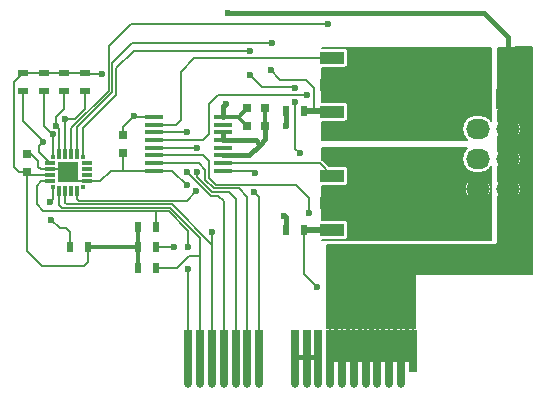
<source format=gbr>
G04 #@! TF.FileFunction,Copper,L1,Top,Signal*
%FSLAX46Y46*%
G04 Gerber Fmt 4.6, Leading zero omitted, Abs format (unit mm)*
G04 Created by KiCad (PCBNEW 4.0.2+e4-6225~38~ubuntu14.04.1-stable) date Sat 23 Jul 2016 00:45:22 PDT*
%MOMM*%
G01*
G04 APERTURE LIST*
%ADD10C,0.100000*%
%ADD11R,0.650240X3.599180*%
%ADD12R,0.650240X4.599940*%
%ADD13O,0.650240X0.650240*%
%ADD14R,2.032000X3.657600*%
%ADD15R,2.032000X1.016000*%
%ADD16R,0.500000X0.900000*%
%ADD17R,0.900000X0.500000*%
%ADD18R,1.500000X0.450000*%
%ADD19R,0.750000X0.800000*%
%ADD20R,0.800000X0.750000*%
%ADD21R,2.032000X1.727200*%
%ADD22O,2.032000X1.727200*%
%ADD23R,0.350000X0.350000*%
%ADD24R,0.900000X0.300000*%
%ADD25R,0.300000X0.900000*%
%ADD26R,1.800000X1.800000*%
%ADD27C,0.600000*%
%ADD28C,0.150000*%
%ADD29C,0.400000*%
%ADD30C,0.200000*%
%ADD31C,0.300000*%
%ADD32C,0.500000*%
G04 APERTURE END LIST*
D10*
D11*
X159499600Y-99499620D03*
D12*
X158498840Y-100000000D03*
X157500620Y-100000000D03*
X156499860Y-100000000D03*
X155499100Y-100000000D03*
X154500880Y-100000000D03*
X153500120Y-100000000D03*
X152499360Y-100000000D03*
X151501140Y-100000000D03*
X150500380Y-100000000D03*
X149499620Y-100000000D03*
X144500900Y-100000000D03*
X143500140Y-100000000D03*
X142499380Y-100000000D03*
X141501160Y-100000000D03*
X140500400Y-100000000D03*
X146499880Y-100000000D03*
X145499120Y-100000000D03*
D13*
X156499860Y-102301240D03*
X155499100Y-102301240D03*
X154500880Y-102301240D03*
X153500120Y-102301240D03*
X152499360Y-102301240D03*
X151501140Y-102301240D03*
X150500380Y-102301240D03*
X144500900Y-102301240D03*
X143500140Y-102301240D03*
X157500620Y-102301240D03*
X145499120Y-102301240D03*
X142499380Y-102301240D03*
X149499620Y-102301240D03*
X146499880Y-102301240D03*
X141501160Y-102301240D03*
X140500400Y-102301240D03*
X158498840Y-102301240D03*
D14*
X159302000Y-87000000D03*
D15*
X152698000Y-87000000D03*
X152698000Y-89286000D03*
X152698000Y-84714000D03*
D14*
X159302000Y-77000000D03*
D15*
X152698000Y-77000000D03*
X152698000Y-79286000D03*
X152698000Y-74714000D03*
D16*
X136250000Y-92500000D03*
X137750000Y-92500000D03*
X136250000Y-90750000D03*
X137750000Y-90750000D03*
X136250000Y-89000000D03*
X137750000Y-89000000D03*
X132000000Y-90750000D03*
X130500000Y-90750000D03*
D17*
X126500000Y-76000000D03*
X126500000Y-77500000D03*
X128250000Y-76000000D03*
X128250000Y-77500000D03*
X130000000Y-76000000D03*
X130000000Y-77500000D03*
X131750000Y-76000000D03*
X131750000Y-77500000D03*
D18*
X137550000Y-79725000D03*
X137550000Y-80375000D03*
X137550000Y-81025000D03*
X137550000Y-81675000D03*
X137550000Y-82325000D03*
X137550000Y-82975000D03*
X137550000Y-83625000D03*
X137550000Y-84275000D03*
X143450000Y-84275000D03*
X143450000Y-83625000D03*
X143450000Y-82975000D03*
X143450000Y-82325000D03*
X143450000Y-81675000D03*
X143450000Y-81025000D03*
X143450000Y-80375000D03*
X143450000Y-79725000D03*
D19*
X135000000Y-81250000D03*
X135000000Y-82750000D03*
X126875000Y-84350000D03*
X126875000Y-82850000D03*
D20*
X145500000Y-79000000D03*
X147000000Y-79000000D03*
X145500000Y-80500000D03*
X147000000Y-80500000D03*
D16*
X150250000Y-89250000D03*
X148750000Y-89250000D03*
X150250000Y-79250000D03*
X148750000Y-79250000D03*
D21*
X167540000Y-78190000D03*
D22*
X167540000Y-80730000D03*
X167540000Y-83270000D03*
X167540000Y-85810000D03*
D21*
X165000000Y-78190000D03*
D22*
X165000000Y-80730000D03*
X165000000Y-83270000D03*
X165000000Y-85810000D03*
D23*
X129075000Y-83150000D03*
D24*
X128775000Y-83650000D03*
X128775000Y-84150000D03*
X128775000Y-84650000D03*
X128775000Y-85150000D03*
D23*
X129075000Y-85650000D03*
D25*
X129575000Y-85950000D03*
X130075000Y-85950000D03*
X130575000Y-85950000D03*
X131075000Y-85950000D03*
D23*
X131575000Y-85650000D03*
D24*
X131875000Y-85150000D03*
X131875000Y-84650000D03*
X131875000Y-84150000D03*
X131875000Y-83650000D03*
D23*
X131575000Y-83150000D03*
D25*
X131075000Y-82850000D03*
X130575000Y-82850000D03*
X130075000Y-82850000D03*
X129575000Y-82850000D03*
D26*
X130325000Y-84400000D03*
D27*
X129825000Y-83900000D03*
X130825000Y-84900000D03*
X128800000Y-86950000D03*
X128900000Y-88400000D03*
X148750000Y-80475000D03*
X148625000Y-88100000D03*
X140350000Y-85500000D03*
X146575000Y-82050000D03*
X133150000Y-76050000D03*
X135900000Y-79650000D03*
X129000000Y-81175000D03*
X128150000Y-81875000D03*
X130075000Y-79900000D03*
X129325000Y-80450000D03*
X143650000Y-78600000D03*
X143875000Y-70875000D03*
X141250000Y-82350000D03*
X141250000Y-84375000D03*
X140350000Y-81025000D03*
X140350000Y-84375000D03*
X142500000Y-89500000D03*
X139250000Y-90750000D03*
X140500000Y-90750000D03*
X140500000Y-92550000D03*
X146100000Y-84500000D03*
X146075000Y-86050000D03*
X151375000Y-94125000D03*
X141125000Y-86025000D03*
X149925000Y-82775000D03*
X149550000Y-78475000D03*
X149550000Y-77225000D03*
X145725000Y-76200000D03*
X145725000Y-74100000D03*
X150725000Y-87825000D03*
X152350000Y-71825000D03*
X150500000Y-77850000D03*
X147500000Y-75775000D03*
X147550000Y-73450000D03*
D28*
X128800000Y-86950000D02*
X129075000Y-86675000D01*
X129075000Y-86675000D02*
X129075000Y-85650000D01*
X130500000Y-89475000D02*
X130500000Y-90750000D01*
X128900000Y-88400000D02*
X129625000Y-89125000D01*
X129625000Y-89125000D02*
X130150000Y-89125000D01*
X130150000Y-89125000D02*
X130500000Y-89475000D01*
D29*
X148750000Y-79250000D02*
X148750000Y-80475000D01*
X148750000Y-89250000D02*
X148750000Y-88225000D01*
X148750000Y-88225000D02*
X148625000Y-88100000D01*
D30*
X135000000Y-82750000D02*
X135000000Y-84275000D01*
X135000000Y-84275000D02*
X135000000Y-84250000D01*
X135000000Y-84250000D02*
X135000000Y-84275000D01*
X126875000Y-82850000D02*
X127175000Y-82850000D01*
X127175000Y-82850000D02*
X127775000Y-83450000D01*
X127775000Y-83450000D02*
X127775000Y-83925000D01*
X127775000Y-83925000D02*
X128000000Y-84150000D01*
X128000000Y-84150000D02*
X128775000Y-84150000D01*
D28*
X128775000Y-84150000D02*
X130075000Y-84150000D01*
X130075000Y-84150000D02*
X130325000Y-84400000D01*
X131875000Y-85150000D02*
X131075000Y-85150000D01*
X131075000Y-85150000D02*
X130325000Y-84400000D01*
X131875000Y-85150000D02*
X133050000Y-85150000D01*
X133925000Y-84275000D02*
X135000000Y-84275000D01*
X135000000Y-84275000D02*
X137550000Y-84275000D01*
X133050000Y-85150000D02*
X133925000Y-84275000D01*
X137550000Y-84275000D02*
X139125000Y-84275000D01*
X139125000Y-84275000D02*
X140350000Y-85500000D01*
D29*
X143450000Y-81025000D02*
X143450000Y-81675000D01*
X143450000Y-81675000D02*
X146200000Y-81675000D01*
X146200000Y-81675000D02*
X146575000Y-82050000D01*
X143450000Y-82975000D02*
X145650000Y-82975000D01*
X145650000Y-82975000D02*
X146575000Y-82050000D01*
X147000000Y-80500000D02*
X147000000Y-81625000D01*
X147000000Y-81625000D02*
X146575000Y-82050000D01*
D31*
X147000000Y-79000000D02*
X147000000Y-80500000D01*
D30*
X135000000Y-81250000D02*
X135000000Y-80550000D01*
X135000000Y-80550000D02*
X135900000Y-79650000D01*
X126875000Y-84350000D02*
X126875000Y-91050000D01*
X127025000Y-91200000D02*
X128125000Y-92300000D01*
X128125000Y-92300000D02*
X131700000Y-92300000D01*
X131700000Y-92300000D02*
X132000000Y-92000000D01*
X132000000Y-92000000D02*
X132000000Y-90750000D01*
X126875000Y-91050000D02*
X127025000Y-91200000D01*
X125750000Y-83400000D02*
X125750000Y-83950000D01*
X126150000Y-84350000D02*
X126875000Y-84350000D01*
X125750000Y-83950000D02*
X126150000Y-84350000D01*
X128775000Y-84650000D02*
X127175000Y-84650000D01*
X127175000Y-84650000D02*
X126875000Y-84350000D01*
D31*
X132000000Y-90750000D02*
X136250000Y-90750000D01*
X136250000Y-89000000D02*
X136250000Y-90750000D01*
X136250000Y-90750000D02*
X136250000Y-92500000D01*
D30*
X125750000Y-76750000D02*
X126500000Y-76000000D01*
X125750000Y-83425000D02*
X125750000Y-83400000D01*
X125750000Y-83400000D02*
X125750000Y-76750000D01*
X126500000Y-76000000D02*
X128250000Y-76000000D01*
X128250000Y-76000000D02*
X130000000Y-76000000D01*
X130000000Y-76000000D02*
X131750000Y-76000000D01*
X131750000Y-76000000D02*
X131800000Y-76050000D01*
X131800000Y-76050000D02*
X133150000Y-76050000D01*
X137550000Y-79725000D02*
X135975000Y-79725000D01*
X135975000Y-79725000D02*
X135900000Y-79650000D01*
D28*
X129000000Y-81175000D02*
X128925000Y-81175000D01*
X128250000Y-80500000D02*
X128250000Y-77500000D01*
X128925000Y-81175000D02*
X128250000Y-80500000D01*
X129075000Y-81250000D02*
X129075000Y-83150000D01*
X129000000Y-81175000D02*
X129075000Y-81250000D01*
X128150000Y-81875000D02*
X128150000Y-81725000D01*
X126500000Y-80075000D02*
X126500000Y-77500000D01*
X128150000Y-81725000D02*
X126500000Y-80075000D01*
X127850000Y-82725000D02*
X128775000Y-83650000D01*
X127850000Y-82175000D02*
X127850000Y-82725000D01*
X128150000Y-81875000D02*
X127850000Y-82175000D01*
X130075000Y-79900000D02*
X130925000Y-79900000D01*
X131750000Y-79075000D02*
X131750000Y-77500000D01*
X130925000Y-79900000D02*
X131750000Y-79075000D01*
X130075000Y-79900000D02*
X130075000Y-82850000D01*
X129325000Y-80450000D02*
X129325000Y-79700000D01*
X130000000Y-79025000D02*
X130000000Y-77500000D01*
X129325000Y-79700000D02*
X130000000Y-79025000D01*
X129575000Y-80700000D02*
X129575000Y-82850000D01*
X129325000Y-80450000D02*
X129575000Y-80700000D01*
D29*
X167540000Y-78190000D02*
X167540000Y-72990000D01*
X143450000Y-78800000D02*
X143450000Y-79725000D01*
X143650000Y-78600000D02*
X143450000Y-78800000D01*
X143950000Y-70950000D02*
X143875000Y-70875000D01*
X165500000Y-70950000D02*
X143950000Y-70950000D01*
X167540000Y-72990000D02*
X165500000Y-70950000D01*
D31*
X143450000Y-79725000D02*
X144725000Y-79725000D01*
X144725000Y-79725000D02*
X145500000Y-80500000D01*
X143450000Y-79725000D02*
X144775000Y-79725000D01*
X144775000Y-79725000D02*
X145500000Y-79000000D01*
D28*
X158498840Y-100000000D02*
X158498840Y-102301240D01*
X157500620Y-100000000D02*
X157500620Y-102301240D01*
X156499860Y-100000000D02*
X156499860Y-102301240D01*
X155499100Y-100000000D02*
X155499100Y-102301240D01*
X154500880Y-100000000D02*
X154500880Y-102301240D01*
X153500120Y-100000000D02*
X153500120Y-102301240D01*
X152499360Y-100000000D02*
X152499360Y-102301240D01*
D29*
X149499620Y-100000000D02*
X150500380Y-100000000D01*
X150500380Y-100000000D02*
X151501140Y-100000000D01*
D28*
X151501140Y-100000000D02*
X151501140Y-102301240D01*
X150500380Y-100000000D02*
X150500380Y-102301240D01*
X149499620Y-100000000D02*
X149499620Y-102301240D01*
X144500900Y-100000000D02*
X144500900Y-86675900D01*
X141225000Y-82325000D02*
X137550000Y-82325000D01*
X141250000Y-82350000D02*
X141225000Y-82325000D01*
X141250000Y-84800000D02*
X141250000Y-84375000D01*
X142525002Y-86075002D02*
X141250000Y-84800000D01*
X143900002Y-86075002D02*
X142525002Y-86075002D01*
X144500900Y-86675900D02*
X143900002Y-86075002D01*
X144500900Y-100000000D02*
X144500900Y-102301240D01*
X143500140Y-100000000D02*
X143500140Y-86850140D01*
X140350000Y-81025000D02*
X137550000Y-81025000D01*
X140375000Y-84375000D02*
X140350000Y-84375000D01*
X142375004Y-86375004D02*
X140375000Y-84375000D01*
X143025004Y-86375004D02*
X142375004Y-86375004D01*
X143500140Y-86850140D02*
X143025004Y-86375004D01*
X143500140Y-102301240D02*
X143500140Y-100000000D01*
X137750000Y-90750000D02*
X139250000Y-90750000D01*
X142499380Y-89500620D02*
X142499380Y-90525114D01*
X142500000Y-89500000D02*
X142499380Y-89500620D01*
X142499380Y-100000000D02*
X142499380Y-90525114D01*
X130075000Y-86975000D02*
X130075000Y-85950000D01*
X130199998Y-87099998D02*
X130075000Y-86975000D01*
X139074264Y-87099998D02*
X130199998Y-87099998D01*
X142499380Y-90525114D02*
X139074264Y-87099998D01*
X142499380Y-102301240D02*
X142499380Y-100000000D01*
X137750000Y-92500000D02*
X139500000Y-92500000D01*
X140525000Y-91475000D02*
X141501160Y-91475000D01*
X139500000Y-92500000D02*
X140525000Y-91475000D01*
X141501160Y-100000000D02*
X141501160Y-91475000D01*
X141501160Y-91475000D02*
X141501160Y-89951160D01*
X129575000Y-87175000D02*
X129575000Y-85950000D01*
X129800000Y-87400000D02*
X129575000Y-87175000D01*
X138950000Y-87400000D02*
X129800000Y-87400000D01*
X141501160Y-89951160D02*
X138950000Y-87400000D01*
X141501160Y-102301240D02*
X141501160Y-100000000D01*
X140500400Y-100000000D02*
X140500400Y-92550400D01*
X140500400Y-89374666D02*
X138825736Y-87700002D01*
X138825736Y-87700002D02*
X137750000Y-87700002D01*
X140500400Y-90749600D02*
X140500400Y-89374666D01*
X140500000Y-90750000D02*
X140500400Y-90749600D01*
X140500400Y-92550400D02*
X140500000Y-92550000D01*
X137750000Y-89000000D02*
X137750000Y-87700002D01*
X137750000Y-87700002D02*
X137750000Y-87750000D01*
X137750000Y-87750000D02*
X137750000Y-87700002D01*
X128025000Y-85150000D02*
X128775000Y-85150000D01*
X137750000Y-87700002D02*
X128225002Y-87700002D01*
X128225002Y-87700002D02*
X127650000Y-87125000D01*
X127650000Y-87125000D02*
X127650000Y-85525000D01*
X127650000Y-85525000D02*
X128025000Y-85150000D01*
X140500400Y-100000000D02*
X140500400Y-102301240D01*
X146499880Y-100000000D02*
X146499880Y-86474880D01*
X145875000Y-84275000D02*
X143450000Y-84275000D01*
X146100000Y-84500000D02*
X145875000Y-84275000D01*
X146499880Y-86474880D02*
X146075000Y-86050000D01*
X146499880Y-100000000D02*
X146499880Y-102301240D01*
X145499120Y-100000000D02*
X145499120Y-86499120D01*
X141375000Y-83625000D02*
X137550000Y-83625000D01*
X141924998Y-84174998D02*
X141375000Y-83625000D01*
X141924998Y-85024998D02*
X141924998Y-84174998D01*
X142675000Y-85775000D02*
X141924998Y-85024998D01*
X144775000Y-85775000D02*
X142675000Y-85775000D01*
X145499120Y-86499120D02*
X144775000Y-85775000D01*
X145499120Y-100000000D02*
X145499120Y-102301240D01*
X150250000Y-93000000D02*
X150250000Y-89250000D01*
X151375000Y-94125000D02*
X150250000Y-93000000D01*
X131075000Y-86675000D02*
X131075000Y-85950000D01*
X131199996Y-86799996D02*
X131075000Y-86675000D01*
X140350004Y-86799996D02*
X131199996Y-86799996D01*
X141125000Y-86025000D02*
X140350004Y-86799996D01*
D32*
X150250000Y-89250000D02*
X152662000Y-89250000D01*
X152662000Y-89250000D02*
X152698000Y-89286000D01*
D28*
X143450000Y-83625000D02*
X151609000Y-83625000D01*
X151609000Y-83625000D02*
X152698000Y-84714000D01*
X131575000Y-83150000D02*
X131575000Y-80650000D01*
X149925000Y-82775000D02*
X149550000Y-82400000D01*
X149550000Y-82400000D02*
X149550000Y-78475000D01*
X149550000Y-77225000D02*
X149500000Y-77175000D01*
X149500000Y-77175000D02*
X146700000Y-77175000D01*
X146700000Y-77175000D02*
X145725000Y-76200000D01*
X145725000Y-74100000D02*
X145700000Y-74125000D01*
X145700000Y-74125000D02*
X135875000Y-74125000D01*
X135875000Y-74125000D02*
X134400000Y-75600000D01*
X134400000Y-75600000D02*
X134400000Y-77825000D01*
X134400000Y-77825000D02*
X131775000Y-80450000D01*
X131575000Y-80650000D02*
X131775000Y-80450000D01*
X137550000Y-82975000D02*
X141750000Y-82975000D01*
X150725000Y-86575000D02*
X150725000Y-87825000D01*
X149600000Y-85450000D02*
X150725000Y-86575000D01*
X142800000Y-85450000D02*
X149600000Y-85450000D01*
X142225000Y-84875000D02*
X142800000Y-85450000D01*
X142225000Y-83450000D02*
X142225000Y-84875000D01*
X141750000Y-82975000D02*
X142225000Y-83450000D01*
X130575000Y-82850000D02*
X130575000Y-80675000D01*
X135650000Y-71825000D02*
X152350000Y-71825000D01*
X133750000Y-73725000D02*
X135650000Y-71825000D01*
X133750000Y-77500000D02*
X133750000Y-73725000D01*
X130575000Y-80675000D02*
X133750000Y-77500000D01*
X137550000Y-81675000D02*
X141700000Y-81675000D01*
X143000000Y-77850000D02*
X150500000Y-77850000D01*
X142225000Y-78625000D02*
X143000000Y-77850000D01*
X142225000Y-81150000D02*
X142225000Y-78625000D01*
X141700000Y-81675000D02*
X142225000Y-81150000D01*
X131075000Y-82850000D02*
X131075000Y-80599266D01*
X151175000Y-77275000D02*
X151175000Y-79250000D01*
X150450000Y-76550000D02*
X151175000Y-77275000D01*
X148275000Y-76550000D02*
X150450000Y-76550000D01*
X147500000Y-75775000D02*
X148275000Y-76550000D01*
X135750000Y-73450000D02*
X147550000Y-73450000D01*
X134050002Y-75149998D02*
X135750000Y-73450000D01*
X134050002Y-77624264D02*
X134050002Y-75149998D01*
X131075000Y-80599266D02*
X134050002Y-77624264D01*
D32*
X150250000Y-79250000D02*
X151175000Y-79250000D01*
X151175000Y-79250000D02*
X152662000Y-79250000D01*
X152662000Y-79250000D02*
X152698000Y-79286000D01*
D28*
X137550000Y-80375000D02*
X139475000Y-80375000D01*
X141011000Y-74714000D02*
X152698000Y-74714000D01*
X139850000Y-75875000D02*
X141011000Y-74714000D01*
X139850000Y-80000000D02*
X139850000Y-75875000D01*
X139475000Y-80375000D02*
X139850000Y-80000000D01*
D30*
G36*
X163984494Y-82433068D02*
X163727922Y-82817056D01*
X163637826Y-83270000D01*
X163727922Y-83722944D01*
X163984494Y-84106932D01*
X164368482Y-84363504D01*
X164821426Y-84453600D01*
X165178574Y-84453600D01*
X165631518Y-84363504D01*
X166015506Y-84106932D01*
X166150000Y-83905647D01*
X166150000Y-90150000D01*
X151850000Y-90150000D01*
X151850000Y-90120269D01*
X153714000Y-90120269D01*
X153832585Y-90097956D01*
X153941498Y-90027872D01*
X154014564Y-89920937D01*
X154040269Y-89794000D01*
X154040269Y-88778000D01*
X154017956Y-88659415D01*
X153947872Y-88550502D01*
X153840937Y-88477436D01*
X153714000Y-88451731D01*
X151850000Y-88451731D01*
X151850000Y-85985382D01*
X163900094Y-85985382D01*
X163947783Y-86155656D01*
X164148554Y-86473690D01*
X164455749Y-86690683D01*
X164822600Y-86773600D01*
X164975000Y-86773600D01*
X164975000Y-85835000D01*
X165025000Y-85835000D01*
X165025000Y-86773600D01*
X165177400Y-86773600D01*
X165544251Y-86690683D01*
X165851446Y-86473690D01*
X166052217Y-86155656D01*
X166099906Y-85985382D01*
X166090667Y-85835000D01*
X165025000Y-85835000D01*
X164975000Y-85835000D01*
X163909333Y-85835000D01*
X163900094Y-85985382D01*
X151850000Y-85985382D01*
X151850000Y-85634618D01*
X163900094Y-85634618D01*
X163909333Y-85785000D01*
X164975000Y-85785000D01*
X164975000Y-84846400D01*
X165025000Y-84846400D01*
X165025000Y-85785000D01*
X166090667Y-85785000D01*
X166099906Y-85634618D01*
X166052217Y-85464344D01*
X165851446Y-85146310D01*
X165544251Y-84929317D01*
X165177400Y-84846400D01*
X165025000Y-84846400D01*
X164975000Y-84846400D01*
X164822600Y-84846400D01*
X164455749Y-84929317D01*
X164148554Y-85146310D01*
X163947783Y-85464344D01*
X163900094Y-85634618D01*
X151850000Y-85634618D01*
X151850000Y-85548269D01*
X153714000Y-85548269D01*
X153832585Y-85525956D01*
X153941498Y-85455872D01*
X154014564Y-85348937D01*
X154040269Y-85222000D01*
X154040269Y-84206000D01*
X154017956Y-84087415D01*
X153947872Y-83978502D01*
X153840937Y-83905436D01*
X153714000Y-83879731D01*
X152422345Y-83879731D01*
X151888307Y-83345693D01*
X151850000Y-83320097D01*
X151850000Y-82350000D01*
X164108814Y-82350000D01*
X163984494Y-82433068D01*
X163984494Y-82433068D01*
G37*
X163984494Y-82433068D02*
X163727922Y-82817056D01*
X163637826Y-83270000D01*
X163727922Y-83722944D01*
X163984494Y-84106932D01*
X164368482Y-84363504D01*
X164821426Y-84453600D01*
X165178574Y-84453600D01*
X165631518Y-84363504D01*
X166015506Y-84106932D01*
X166150000Y-83905647D01*
X166150000Y-90150000D01*
X151850000Y-90150000D01*
X151850000Y-90120269D01*
X153714000Y-90120269D01*
X153832585Y-90097956D01*
X153941498Y-90027872D01*
X154014564Y-89920937D01*
X154040269Y-89794000D01*
X154040269Y-88778000D01*
X154017956Y-88659415D01*
X153947872Y-88550502D01*
X153840937Y-88477436D01*
X153714000Y-88451731D01*
X151850000Y-88451731D01*
X151850000Y-85985382D01*
X163900094Y-85985382D01*
X163947783Y-86155656D01*
X164148554Y-86473690D01*
X164455749Y-86690683D01*
X164822600Y-86773600D01*
X164975000Y-86773600D01*
X164975000Y-85835000D01*
X165025000Y-85835000D01*
X165025000Y-86773600D01*
X165177400Y-86773600D01*
X165544251Y-86690683D01*
X165851446Y-86473690D01*
X166052217Y-86155656D01*
X166099906Y-85985382D01*
X166090667Y-85835000D01*
X165025000Y-85835000D01*
X164975000Y-85835000D01*
X163909333Y-85835000D01*
X163900094Y-85985382D01*
X151850000Y-85985382D01*
X151850000Y-85634618D01*
X163900094Y-85634618D01*
X163909333Y-85785000D01*
X164975000Y-85785000D01*
X164975000Y-84846400D01*
X165025000Y-84846400D01*
X165025000Y-85785000D01*
X166090667Y-85785000D01*
X166099906Y-85634618D01*
X166052217Y-85464344D01*
X165851446Y-85146310D01*
X165544251Y-84929317D01*
X165177400Y-84846400D01*
X165025000Y-84846400D01*
X164975000Y-84846400D01*
X164822600Y-84846400D01*
X164455749Y-84929317D01*
X164148554Y-85146310D01*
X163947783Y-85464344D01*
X163900094Y-85634618D01*
X151850000Y-85634618D01*
X151850000Y-85548269D01*
X153714000Y-85548269D01*
X153832585Y-85525956D01*
X153941498Y-85455872D01*
X154014564Y-85348937D01*
X154040269Y-85222000D01*
X154040269Y-84206000D01*
X154017956Y-84087415D01*
X153947872Y-83978502D01*
X153840937Y-83905436D01*
X153714000Y-83879731D01*
X152422345Y-83879731D01*
X151888307Y-83345693D01*
X151850000Y-83320097D01*
X151850000Y-82350000D01*
X164108814Y-82350000D01*
X163984494Y-82433068D01*
G36*
X166150000Y-80094353D02*
X166015506Y-79893068D01*
X165631518Y-79636496D01*
X165178574Y-79546400D01*
X164821426Y-79546400D01*
X164368482Y-79636496D01*
X163984494Y-79893068D01*
X163727922Y-80277056D01*
X163637826Y-80730000D01*
X163727922Y-81182944D01*
X163984494Y-81566932D01*
X164108814Y-81650000D01*
X151850000Y-81650000D01*
X151850000Y-80120269D01*
X153714000Y-80120269D01*
X153832585Y-80097956D01*
X153941498Y-80027872D01*
X154014564Y-79920937D01*
X154040269Y-79794000D01*
X154040269Y-78778000D01*
X154017956Y-78659415D01*
X153947872Y-78550502D01*
X153840937Y-78477436D01*
X153714000Y-78451731D01*
X151850000Y-78451731D01*
X151850000Y-78240000D01*
X163884000Y-78240000D01*
X163884000Y-79073491D01*
X163899224Y-79110245D01*
X163927354Y-79138376D01*
X163964109Y-79153600D01*
X164950000Y-79153600D01*
X164975000Y-79128600D01*
X164975000Y-78215000D01*
X165025000Y-78215000D01*
X165025000Y-79128600D01*
X165050000Y-79153600D01*
X166035891Y-79153600D01*
X166072646Y-79138376D01*
X166100776Y-79110245D01*
X166116000Y-79073491D01*
X166116000Y-78240000D01*
X166091000Y-78215000D01*
X165025000Y-78215000D01*
X164975000Y-78215000D01*
X163909000Y-78215000D01*
X163884000Y-78240000D01*
X151850000Y-78240000D01*
X151850000Y-77306509D01*
X163884000Y-77306509D01*
X163884000Y-78140000D01*
X163909000Y-78165000D01*
X164975000Y-78165000D01*
X164975000Y-77251400D01*
X165025000Y-77251400D01*
X165025000Y-78165000D01*
X166091000Y-78165000D01*
X166116000Y-78140000D01*
X166116000Y-77306509D01*
X166100776Y-77269755D01*
X166072646Y-77241624D01*
X166035891Y-77226400D01*
X165050000Y-77226400D01*
X165025000Y-77251400D01*
X164975000Y-77251400D01*
X164950000Y-77226400D01*
X163964109Y-77226400D01*
X163927354Y-77241624D01*
X163899224Y-77269755D01*
X163884000Y-77306509D01*
X151850000Y-77306509D01*
X151850000Y-75548269D01*
X153714000Y-75548269D01*
X153832585Y-75525956D01*
X153941498Y-75455872D01*
X154014564Y-75348937D01*
X154040269Y-75222000D01*
X154040269Y-74206000D01*
X154017956Y-74087415D01*
X153947872Y-73978502D01*
X153840937Y-73905436D01*
X153714000Y-73879731D01*
X151850000Y-73879731D01*
X151850000Y-73850000D01*
X166150000Y-73850000D01*
X166150000Y-80094353D01*
X166150000Y-80094353D01*
G37*
X166150000Y-80094353D02*
X166015506Y-79893068D01*
X165631518Y-79636496D01*
X165178574Y-79546400D01*
X164821426Y-79546400D01*
X164368482Y-79636496D01*
X163984494Y-79893068D01*
X163727922Y-80277056D01*
X163637826Y-80730000D01*
X163727922Y-81182944D01*
X163984494Y-81566932D01*
X164108814Y-81650000D01*
X151850000Y-81650000D01*
X151850000Y-80120269D01*
X153714000Y-80120269D01*
X153832585Y-80097956D01*
X153941498Y-80027872D01*
X154014564Y-79920937D01*
X154040269Y-79794000D01*
X154040269Y-78778000D01*
X154017956Y-78659415D01*
X153947872Y-78550502D01*
X153840937Y-78477436D01*
X153714000Y-78451731D01*
X151850000Y-78451731D01*
X151850000Y-78240000D01*
X163884000Y-78240000D01*
X163884000Y-79073491D01*
X163899224Y-79110245D01*
X163927354Y-79138376D01*
X163964109Y-79153600D01*
X164950000Y-79153600D01*
X164975000Y-79128600D01*
X164975000Y-78215000D01*
X165025000Y-78215000D01*
X165025000Y-79128600D01*
X165050000Y-79153600D01*
X166035891Y-79153600D01*
X166072646Y-79138376D01*
X166100776Y-79110245D01*
X166116000Y-79073491D01*
X166116000Y-78240000D01*
X166091000Y-78215000D01*
X165025000Y-78215000D01*
X164975000Y-78215000D01*
X163909000Y-78215000D01*
X163884000Y-78240000D01*
X151850000Y-78240000D01*
X151850000Y-77306509D01*
X163884000Y-77306509D01*
X163884000Y-78140000D01*
X163909000Y-78165000D01*
X164975000Y-78165000D01*
X164975000Y-77251400D01*
X165025000Y-77251400D01*
X165025000Y-78165000D01*
X166091000Y-78165000D01*
X166116000Y-78140000D01*
X166116000Y-77306509D01*
X166100776Y-77269755D01*
X166072646Y-77241624D01*
X166035891Y-77226400D01*
X165050000Y-77226400D01*
X165025000Y-77251400D01*
X164975000Y-77251400D01*
X164950000Y-77226400D01*
X163964109Y-77226400D01*
X163927354Y-77241624D01*
X163899224Y-77269755D01*
X163884000Y-77306509D01*
X151850000Y-77306509D01*
X151850000Y-75548269D01*
X153714000Y-75548269D01*
X153832585Y-75525956D01*
X153941498Y-75455872D01*
X154014564Y-75348937D01*
X154040269Y-75222000D01*
X154040269Y-74206000D01*
X154017956Y-74087415D01*
X153947872Y-73978502D01*
X153840937Y-73905436D01*
X153714000Y-73879731D01*
X151850000Y-73879731D01*
X151850000Y-73850000D01*
X166150000Y-73850000D01*
X166150000Y-80094353D01*
G36*
X169575000Y-93025000D02*
X159800000Y-93025000D01*
X159761094Y-93032879D01*
X159728319Y-93055273D01*
X159706839Y-93088654D01*
X159700000Y-93125000D01*
X159700000Y-97600030D01*
X159549600Y-97600030D01*
X159524600Y-97625030D01*
X159524600Y-99474620D01*
X159544600Y-99474620D01*
X159544600Y-99524620D01*
X159524600Y-99524620D01*
X159524600Y-99544620D01*
X159474600Y-99544620D01*
X159474600Y-99524620D01*
X159099480Y-99524620D01*
X159074480Y-99549620D01*
X159074480Y-100350000D01*
X158923960Y-100350000D01*
X158923960Y-100050000D01*
X158898960Y-100025000D01*
X158523840Y-100025000D01*
X158523840Y-100045000D01*
X158473840Y-100045000D01*
X158473840Y-100025000D01*
X158098720Y-100025000D01*
X158073720Y-100050000D01*
X158073720Y-100350000D01*
X157925740Y-100350000D01*
X157925740Y-100050000D01*
X157900740Y-100025000D01*
X157525620Y-100025000D01*
X157525620Y-100045000D01*
X157475620Y-100045000D01*
X157475620Y-100025000D01*
X157100500Y-100025000D01*
X157075500Y-100050000D01*
X157075500Y-100350000D01*
X156924980Y-100350000D01*
X156924980Y-100050000D01*
X156899980Y-100025000D01*
X156524860Y-100025000D01*
X156524860Y-100045000D01*
X156474860Y-100045000D01*
X156474860Y-100025000D01*
X156099740Y-100025000D01*
X156074740Y-100050000D01*
X156074740Y-100350000D01*
X155924220Y-100350000D01*
X155924220Y-100050000D01*
X155899220Y-100025000D01*
X155524100Y-100025000D01*
X155524100Y-100045000D01*
X155474100Y-100045000D01*
X155474100Y-100025000D01*
X155098980Y-100025000D01*
X155073980Y-100050000D01*
X155073980Y-100350000D01*
X154926000Y-100350000D01*
X154926000Y-100050000D01*
X154901000Y-100025000D01*
X154525880Y-100025000D01*
X154525880Y-100045000D01*
X154475880Y-100045000D01*
X154475880Y-100025000D01*
X154100760Y-100025000D01*
X154075760Y-100050000D01*
X154075760Y-100350000D01*
X153925240Y-100350000D01*
X153925240Y-100050000D01*
X153900240Y-100025000D01*
X153525120Y-100025000D01*
X153525120Y-100045000D01*
X153475120Y-100045000D01*
X153475120Y-100025000D01*
X153100000Y-100025000D01*
X153075000Y-100050000D01*
X153075000Y-100350000D01*
X152924480Y-100350000D01*
X152924480Y-100050000D01*
X152899480Y-100025000D01*
X152524360Y-100025000D01*
X152524360Y-100045000D01*
X152474360Y-100045000D01*
X152474360Y-100025000D01*
X152454360Y-100025000D01*
X152454360Y-99975000D01*
X152474360Y-99975000D01*
X152474360Y-97625030D01*
X152524360Y-97625030D01*
X152524360Y-99975000D01*
X152899480Y-99975000D01*
X152924480Y-99950000D01*
X152924480Y-97680139D01*
X153075000Y-97680139D01*
X153075000Y-99950000D01*
X153100000Y-99975000D01*
X153475120Y-99975000D01*
X153475120Y-97625030D01*
X153525120Y-97625030D01*
X153525120Y-99975000D01*
X153900240Y-99975000D01*
X153925240Y-99950000D01*
X153925240Y-97680139D01*
X154075760Y-97680139D01*
X154075760Y-99950000D01*
X154100760Y-99975000D01*
X154475880Y-99975000D01*
X154475880Y-97625030D01*
X154525880Y-97625030D01*
X154525880Y-99975000D01*
X154901000Y-99975000D01*
X154926000Y-99950000D01*
X154926000Y-97680139D01*
X155073980Y-97680139D01*
X155073980Y-99950000D01*
X155098980Y-99975000D01*
X155474100Y-99975000D01*
X155474100Y-97625030D01*
X155524100Y-97625030D01*
X155524100Y-99975000D01*
X155899220Y-99975000D01*
X155924220Y-99950000D01*
X155924220Y-97680139D01*
X156074740Y-97680139D01*
X156074740Y-99950000D01*
X156099740Y-99975000D01*
X156474860Y-99975000D01*
X156474860Y-97625030D01*
X156524860Y-97625030D01*
X156524860Y-99975000D01*
X156899980Y-99975000D01*
X156924980Y-99950000D01*
X156924980Y-97680139D01*
X157075500Y-97680139D01*
X157075500Y-99950000D01*
X157100500Y-99975000D01*
X157475620Y-99975000D01*
X157475620Y-97625030D01*
X157525620Y-97625030D01*
X157525620Y-99975000D01*
X157900740Y-99975000D01*
X157925740Y-99950000D01*
X157925740Y-97680139D01*
X158073720Y-97680139D01*
X158073720Y-99950000D01*
X158098720Y-99975000D01*
X158473840Y-99975000D01*
X158473840Y-97625030D01*
X158523840Y-97625030D01*
X158523840Y-99975000D01*
X158898960Y-99975000D01*
X158923960Y-99950000D01*
X158923960Y-97680139D01*
X159074480Y-97680139D01*
X159074480Y-99449620D01*
X159099480Y-99474620D01*
X159474600Y-99474620D01*
X159474600Y-97625030D01*
X159449600Y-97600030D01*
X159154589Y-97600030D01*
X159117835Y-97615254D01*
X159089704Y-97643384D01*
X159074480Y-97680139D01*
X158923960Y-97680139D01*
X158908736Y-97643384D01*
X158880605Y-97615254D01*
X158843851Y-97600030D01*
X158548840Y-97600030D01*
X158523840Y-97625030D01*
X158473840Y-97625030D01*
X158448840Y-97600030D01*
X158153829Y-97600030D01*
X158117075Y-97615254D01*
X158088944Y-97643384D01*
X158073720Y-97680139D01*
X157925740Y-97680139D01*
X157910516Y-97643384D01*
X157882385Y-97615254D01*
X157845631Y-97600030D01*
X157550620Y-97600030D01*
X157525620Y-97625030D01*
X157475620Y-97625030D01*
X157450620Y-97600030D01*
X157155609Y-97600030D01*
X157118855Y-97615254D01*
X157090724Y-97643384D01*
X157075500Y-97680139D01*
X156924980Y-97680139D01*
X156909756Y-97643384D01*
X156881625Y-97615254D01*
X156844871Y-97600030D01*
X156549860Y-97600030D01*
X156524860Y-97625030D01*
X156474860Y-97625030D01*
X156449860Y-97600030D01*
X156154849Y-97600030D01*
X156118095Y-97615254D01*
X156089964Y-97643384D01*
X156074740Y-97680139D01*
X155924220Y-97680139D01*
X155908996Y-97643384D01*
X155880865Y-97615254D01*
X155844111Y-97600030D01*
X155549100Y-97600030D01*
X155524100Y-97625030D01*
X155474100Y-97625030D01*
X155449100Y-97600030D01*
X155154089Y-97600030D01*
X155117335Y-97615254D01*
X155089204Y-97643384D01*
X155073980Y-97680139D01*
X154926000Y-97680139D01*
X154910776Y-97643384D01*
X154882645Y-97615254D01*
X154845891Y-97600030D01*
X154550880Y-97600030D01*
X154525880Y-97625030D01*
X154475880Y-97625030D01*
X154450880Y-97600030D01*
X154155869Y-97600030D01*
X154119115Y-97615254D01*
X154090984Y-97643384D01*
X154075760Y-97680139D01*
X153925240Y-97680139D01*
X153910016Y-97643384D01*
X153881885Y-97615254D01*
X153845131Y-97600030D01*
X153550120Y-97600030D01*
X153525120Y-97625030D01*
X153475120Y-97625030D01*
X153450120Y-97600030D01*
X153155109Y-97600030D01*
X153118355Y-97615254D01*
X153090224Y-97643384D01*
X153075000Y-97680139D01*
X152924480Y-97680139D01*
X152909256Y-97643384D01*
X152881125Y-97615254D01*
X152844371Y-97600030D01*
X152549360Y-97600030D01*
X152524360Y-97625030D01*
X152474360Y-97625030D01*
X152449360Y-97600030D01*
X152275000Y-97600030D01*
X152275000Y-90600000D01*
X166450000Y-90600000D01*
X166488906Y-90592121D01*
X166520711Y-90570711D01*
X166645711Y-90445711D01*
X166667650Y-90412629D01*
X166675000Y-90375000D01*
X166675000Y-86452220D01*
X166688554Y-86473690D01*
X166995749Y-86690683D01*
X167362600Y-86773600D01*
X167515000Y-86773600D01*
X167515000Y-85835000D01*
X167565000Y-85835000D01*
X167565000Y-86773600D01*
X167717400Y-86773600D01*
X168084251Y-86690683D01*
X168391446Y-86473690D01*
X168592217Y-86155656D01*
X168639906Y-85985382D01*
X168630667Y-85835000D01*
X167565000Y-85835000D01*
X167515000Y-85835000D01*
X167495000Y-85835000D01*
X167495000Y-85785000D01*
X167515000Y-85785000D01*
X167515000Y-84846400D01*
X167565000Y-84846400D01*
X167565000Y-85785000D01*
X168630667Y-85785000D01*
X168639906Y-85634618D01*
X168592217Y-85464344D01*
X168391446Y-85146310D01*
X168084251Y-84929317D01*
X167717400Y-84846400D01*
X167565000Y-84846400D01*
X167515000Y-84846400D01*
X167362600Y-84846400D01*
X166995749Y-84929317D01*
X166688554Y-85146310D01*
X166675000Y-85167780D01*
X166675000Y-83912220D01*
X166688554Y-83933690D01*
X166995749Y-84150683D01*
X167362600Y-84233600D01*
X167515000Y-84233600D01*
X167515000Y-83295000D01*
X167565000Y-83295000D01*
X167565000Y-84233600D01*
X167717400Y-84233600D01*
X168084251Y-84150683D01*
X168391446Y-83933690D01*
X168592217Y-83615656D01*
X168639906Y-83445382D01*
X168630667Y-83295000D01*
X167565000Y-83295000D01*
X167515000Y-83295000D01*
X167495000Y-83295000D01*
X167495000Y-83245000D01*
X167515000Y-83245000D01*
X167515000Y-82306400D01*
X167565000Y-82306400D01*
X167565000Y-83245000D01*
X168630667Y-83245000D01*
X168639906Y-83094618D01*
X168592217Y-82924344D01*
X168391446Y-82606310D01*
X168084251Y-82389317D01*
X167717400Y-82306400D01*
X167565000Y-82306400D01*
X167515000Y-82306400D01*
X167362600Y-82306400D01*
X166995749Y-82389317D01*
X166688554Y-82606310D01*
X166675000Y-82627780D01*
X166675000Y-81372220D01*
X166688554Y-81393690D01*
X166995749Y-81610683D01*
X167362600Y-81693600D01*
X167515000Y-81693600D01*
X167515000Y-80755000D01*
X167565000Y-80755000D01*
X167565000Y-81693600D01*
X167717400Y-81693600D01*
X168084251Y-81610683D01*
X168391446Y-81393690D01*
X168592217Y-81075656D01*
X168639906Y-80905382D01*
X168630667Y-80755000D01*
X167565000Y-80755000D01*
X167515000Y-80755000D01*
X167495000Y-80755000D01*
X167495000Y-80705000D01*
X167515000Y-80705000D01*
X167515000Y-79766400D01*
X167565000Y-79766400D01*
X167565000Y-80705000D01*
X168630667Y-80705000D01*
X168639906Y-80554618D01*
X168592217Y-80384344D01*
X168391446Y-80066310D01*
X168084251Y-79849317D01*
X167717400Y-79766400D01*
X167565000Y-79766400D01*
X167515000Y-79766400D01*
X167362600Y-79766400D01*
X166995749Y-79849317D01*
X166688554Y-80066310D01*
X166675000Y-80087780D01*
X166675000Y-79153600D01*
X167490000Y-79153600D01*
X167515000Y-79128600D01*
X167515000Y-78215000D01*
X167565000Y-78215000D01*
X167565000Y-79128600D01*
X167590000Y-79153600D01*
X168575891Y-79153600D01*
X168612646Y-79138376D01*
X168640776Y-79110245D01*
X168656000Y-79073491D01*
X168656000Y-78240000D01*
X168631000Y-78215000D01*
X167565000Y-78215000D01*
X167515000Y-78215000D01*
X167495000Y-78215000D01*
X167495000Y-78165000D01*
X167515000Y-78165000D01*
X167515000Y-77251400D01*
X167565000Y-77251400D01*
X167565000Y-78165000D01*
X168631000Y-78165000D01*
X168656000Y-78140000D01*
X168656000Y-77306509D01*
X168640776Y-77269755D01*
X168612646Y-77241624D01*
X168575891Y-77226400D01*
X167590000Y-77226400D01*
X167565000Y-77251400D01*
X167515000Y-77251400D01*
X167490000Y-77226400D01*
X166675000Y-77226400D01*
X166675000Y-73849197D01*
X169575000Y-73825810D01*
X169575000Y-93025000D01*
X169575000Y-93025000D01*
G37*
X169575000Y-93025000D02*
X159800000Y-93025000D01*
X159761094Y-93032879D01*
X159728319Y-93055273D01*
X159706839Y-93088654D01*
X159700000Y-93125000D01*
X159700000Y-97600030D01*
X159549600Y-97600030D01*
X159524600Y-97625030D01*
X159524600Y-99474620D01*
X159544600Y-99474620D01*
X159544600Y-99524620D01*
X159524600Y-99524620D01*
X159524600Y-99544620D01*
X159474600Y-99544620D01*
X159474600Y-99524620D01*
X159099480Y-99524620D01*
X159074480Y-99549620D01*
X159074480Y-100350000D01*
X158923960Y-100350000D01*
X158923960Y-100050000D01*
X158898960Y-100025000D01*
X158523840Y-100025000D01*
X158523840Y-100045000D01*
X158473840Y-100045000D01*
X158473840Y-100025000D01*
X158098720Y-100025000D01*
X158073720Y-100050000D01*
X158073720Y-100350000D01*
X157925740Y-100350000D01*
X157925740Y-100050000D01*
X157900740Y-100025000D01*
X157525620Y-100025000D01*
X157525620Y-100045000D01*
X157475620Y-100045000D01*
X157475620Y-100025000D01*
X157100500Y-100025000D01*
X157075500Y-100050000D01*
X157075500Y-100350000D01*
X156924980Y-100350000D01*
X156924980Y-100050000D01*
X156899980Y-100025000D01*
X156524860Y-100025000D01*
X156524860Y-100045000D01*
X156474860Y-100045000D01*
X156474860Y-100025000D01*
X156099740Y-100025000D01*
X156074740Y-100050000D01*
X156074740Y-100350000D01*
X155924220Y-100350000D01*
X155924220Y-100050000D01*
X155899220Y-100025000D01*
X155524100Y-100025000D01*
X155524100Y-100045000D01*
X155474100Y-100045000D01*
X155474100Y-100025000D01*
X155098980Y-100025000D01*
X155073980Y-100050000D01*
X155073980Y-100350000D01*
X154926000Y-100350000D01*
X154926000Y-100050000D01*
X154901000Y-100025000D01*
X154525880Y-100025000D01*
X154525880Y-100045000D01*
X154475880Y-100045000D01*
X154475880Y-100025000D01*
X154100760Y-100025000D01*
X154075760Y-100050000D01*
X154075760Y-100350000D01*
X153925240Y-100350000D01*
X153925240Y-100050000D01*
X153900240Y-100025000D01*
X153525120Y-100025000D01*
X153525120Y-100045000D01*
X153475120Y-100045000D01*
X153475120Y-100025000D01*
X153100000Y-100025000D01*
X153075000Y-100050000D01*
X153075000Y-100350000D01*
X152924480Y-100350000D01*
X152924480Y-100050000D01*
X152899480Y-100025000D01*
X152524360Y-100025000D01*
X152524360Y-100045000D01*
X152474360Y-100045000D01*
X152474360Y-100025000D01*
X152454360Y-100025000D01*
X152454360Y-99975000D01*
X152474360Y-99975000D01*
X152474360Y-97625030D01*
X152524360Y-97625030D01*
X152524360Y-99975000D01*
X152899480Y-99975000D01*
X152924480Y-99950000D01*
X152924480Y-97680139D01*
X153075000Y-97680139D01*
X153075000Y-99950000D01*
X153100000Y-99975000D01*
X153475120Y-99975000D01*
X153475120Y-97625030D01*
X153525120Y-97625030D01*
X153525120Y-99975000D01*
X153900240Y-99975000D01*
X153925240Y-99950000D01*
X153925240Y-97680139D01*
X154075760Y-97680139D01*
X154075760Y-99950000D01*
X154100760Y-99975000D01*
X154475880Y-99975000D01*
X154475880Y-97625030D01*
X154525880Y-97625030D01*
X154525880Y-99975000D01*
X154901000Y-99975000D01*
X154926000Y-99950000D01*
X154926000Y-97680139D01*
X155073980Y-97680139D01*
X155073980Y-99950000D01*
X155098980Y-99975000D01*
X155474100Y-99975000D01*
X155474100Y-97625030D01*
X155524100Y-97625030D01*
X155524100Y-99975000D01*
X155899220Y-99975000D01*
X155924220Y-99950000D01*
X155924220Y-97680139D01*
X156074740Y-97680139D01*
X156074740Y-99950000D01*
X156099740Y-99975000D01*
X156474860Y-99975000D01*
X156474860Y-97625030D01*
X156524860Y-97625030D01*
X156524860Y-99975000D01*
X156899980Y-99975000D01*
X156924980Y-99950000D01*
X156924980Y-97680139D01*
X157075500Y-97680139D01*
X157075500Y-99950000D01*
X157100500Y-99975000D01*
X157475620Y-99975000D01*
X157475620Y-97625030D01*
X157525620Y-97625030D01*
X157525620Y-99975000D01*
X157900740Y-99975000D01*
X157925740Y-99950000D01*
X157925740Y-97680139D01*
X158073720Y-97680139D01*
X158073720Y-99950000D01*
X158098720Y-99975000D01*
X158473840Y-99975000D01*
X158473840Y-97625030D01*
X158523840Y-97625030D01*
X158523840Y-99975000D01*
X158898960Y-99975000D01*
X158923960Y-99950000D01*
X158923960Y-97680139D01*
X159074480Y-97680139D01*
X159074480Y-99449620D01*
X159099480Y-99474620D01*
X159474600Y-99474620D01*
X159474600Y-97625030D01*
X159449600Y-97600030D01*
X159154589Y-97600030D01*
X159117835Y-97615254D01*
X159089704Y-97643384D01*
X159074480Y-97680139D01*
X158923960Y-97680139D01*
X158908736Y-97643384D01*
X158880605Y-97615254D01*
X158843851Y-97600030D01*
X158548840Y-97600030D01*
X158523840Y-97625030D01*
X158473840Y-97625030D01*
X158448840Y-97600030D01*
X158153829Y-97600030D01*
X158117075Y-97615254D01*
X158088944Y-97643384D01*
X158073720Y-97680139D01*
X157925740Y-97680139D01*
X157910516Y-97643384D01*
X157882385Y-97615254D01*
X157845631Y-97600030D01*
X157550620Y-97600030D01*
X157525620Y-97625030D01*
X157475620Y-97625030D01*
X157450620Y-97600030D01*
X157155609Y-97600030D01*
X157118855Y-97615254D01*
X157090724Y-97643384D01*
X157075500Y-97680139D01*
X156924980Y-97680139D01*
X156909756Y-97643384D01*
X156881625Y-97615254D01*
X156844871Y-97600030D01*
X156549860Y-97600030D01*
X156524860Y-97625030D01*
X156474860Y-97625030D01*
X156449860Y-97600030D01*
X156154849Y-97600030D01*
X156118095Y-97615254D01*
X156089964Y-97643384D01*
X156074740Y-97680139D01*
X155924220Y-97680139D01*
X155908996Y-97643384D01*
X155880865Y-97615254D01*
X155844111Y-97600030D01*
X155549100Y-97600030D01*
X155524100Y-97625030D01*
X155474100Y-97625030D01*
X155449100Y-97600030D01*
X155154089Y-97600030D01*
X155117335Y-97615254D01*
X155089204Y-97643384D01*
X155073980Y-97680139D01*
X154926000Y-97680139D01*
X154910776Y-97643384D01*
X154882645Y-97615254D01*
X154845891Y-97600030D01*
X154550880Y-97600030D01*
X154525880Y-97625030D01*
X154475880Y-97625030D01*
X154450880Y-97600030D01*
X154155869Y-97600030D01*
X154119115Y-97615254D01*
X154090984Y-97643384D01*
X154075760Y-97680139D01*
X153925240Y-97680139D01*
X153910016Y-97643384D01*
X153881885Y-97615254D01*
X153845131Y-97600030D01*
X153550120Y-97600030D01*
X153525120Y-97625030D01*
X153475120Y-97625030D01*
X153450120Y-97600030D01*
X153155109Y-97600030D01*
X153118355Y-97615254D01*
X153090224Y-97643384D01*
X153075000Y-97680139D01*
X152924480Y-97680139D01*
X152909256Y-97643384D01*
X152881125Y-97615254D01*
X152844371Y-97600030D01*
X152549360Y-97600030D01*
X152524360Y-97625030D01*
X152474360Y-97625030D01*
X152449360Y-97600030D01*
X152275000Y-97600030D01*
X152275000Y-90600000D01*
X166450000Y-90600000D01*
X166488906Y-90592121D01*
X166520711Y-90570711D01*
X166645711Y-90445711D01*
X166667650Y-90412629D01*
X166675000Y-90375000D01*
X166675000Y-86452220D01*
X166688554Y-86473690D01*
X166995749Y-86690683D01*
X167362600Y-86773600D01*
X167515000Y-86773600D01*
X167515000Y-85835000D01*
X167565000Y-85835000D01*
X167565000Y-86773600D01*
X167717400Y-86773600D01*
X168084251Y-86690683D01*
X168391446Y-86473690D01*
X168592217Y-86155656D01*
X168639906Y-85985382D01*
X168630667Y-85835000D01*
X167565000Y-85835000D01*
X167515000Y-85835000D01*
X167495000Y-85835000D01*
X167495000Y-85785000D01*
X167515000Y-85785000D01*
X167515000Y-84846400D01*
X167565000Y-84846400D01*
X167565000Y-85785000D01*
X168630667Y-85785000D01*
X168639906Y-85634618D01*
X168592217Y-85464344D01*
X168391446Y-85146310D01*
X168084251Y-84929317D01*
X167717400Y-84846400D01*
X167565000Y-84846400D01*
X167515000Y-84846400D01*
X167362600Y-84846400D01*
X166995749Y-84929317D01*
X166688554Y-85146310D01*
X166675000Y-85167780D01*
X166675000Y-83912220D01*
X166688554Y-83933690D01*
X166995749Y-84150683D01*
X167362600Y-84233600D01*
X167515000Y-84233600D01*
X167515000Y-83295000D01*
X167565000Y-83295000D01*
X167565000Y-84233600D01*
X167717400Y-84233600D01*
X168084251Y-84150683D01*
X168391446Y-83933690D01*
X168592217Y-83615656D01*
X168639906Y-83445382D01*
X168630667Y-83295000D01*
X167565000Y-83295000D01*
X167515000Y-83295000D01*
X167495000Y-83295000D01*
X167495000Y-83245000D01*
X167515000Y-83245000D01*
X167515000Y-82306400D01*
X167565000Y-82306400D01*
X167565000Y-83245000D01*
X168630667Y-83245000D01*
X168639906Y-83094618D01*
X168592217Y-82924344D01*
X168391446Y-82606310D01*
X168084251Y-82389317D01*
X167717400Y-82306400D01*
X167565000Y-82306400D01*
X167515000Y-82306400D01*
X167362600Y-82306400D01*
X166995749Y-82389317D01*
X166688554Y-82606310D01*
X166675000Y-82627780D01*
X166675000Y-81372220D01*
X166688554Y-81393690D01*
X166995749Y-81610683D01*
X167362600Y-81693600D01*
X167515000Y-81693600D01*
X167515000Y-80755000D01*
X167565000Y-80755000D01*
X167565000Y-81693600D01*
X167717400Y-81693600D01*
X168084251Y-81610683D01*
X168391446Y-81393690D01*
X168592217Y-81075656D01*
X168639906Y-80905382D01*
X168630667Y-80755000D01*
X167565000Y-80755000D01*
X167515000Y-80755000D01*
X167495000Y-80755000D01*
X167495000Y-80705000D01*
X167515000Y-80705000D01*
X167515000Y-79766400D01*
X167565000Y-79766400D01*
X167565000Y-80705000D01*
X168630667Y-80705000D01*
X168639906Y-80554618D01*
X168592217Y-80384344D01*
X168391446Y-80066310D01*
X168084251Y-79849317D01*
X167717400Y-79766400D01*
X167565000Y-79766400D01*
X167515000Y-79766400D01*
X167362600Y-79766400D01*
X166995749Y-79849317D01*
X166688554Y-80066310D01*
X166675000Y-80087780D01*
X166675000Y-79153600D01*
X167490000Y-79153600D01*
X167515000Y-79128600D01*
X167515000Y-78215000D01*
X167565000Y-78215000D01*
X167565000Y-79128600D01*
X167590000Y-79153600D01*
X168575891Y-79153600D01*
X168612646Y-79138376D01*
X168640776Y-79110245D01*
X168656000Y-79073491D01*
X168656000Y-78240000D01*
X168631000Y-78215000D01*
X167565000Y-78215000D01*
X167515000Y-78215000D01*
X167495000Y-78215000D01*
X167495000Y-78165000D01*
X167515000Y-78165000D01*
X167515000Y-77251400D01*
X167565000Y-77251400D01*
X167565000Y-78165000D01*
X168631000Y-78165000D01*
X168656000Y-78140000D01*
X168656000Y-77306509D01*
X168640776Y-77269755D01*
X168612646Y-77241624D01*
X168575891Y-77226400D01*
X167590000Y-77226400D01*
X167565000Y-77251400D01*
X167515000Y-77251400D01*
X167490000Y-77226400D01*
X166675000Y-77226400D01*
X166675000Y-73849197D01*
X169575000Y-73825810D01*
X169575000Y-93025000D01*
M02*

</source>
